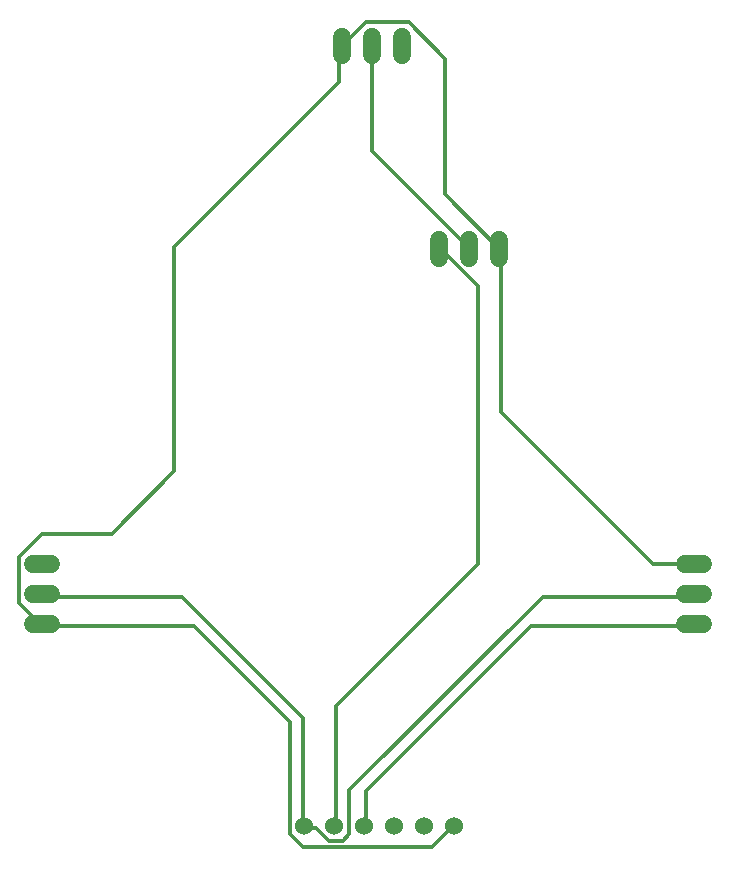
<source format=gbr>
G04 EAGLE Gerber RS-274X export*
G75*
%MOMM*%
%FSLAX34Y34*%
%LPD*%
%INTop Copper*%
%IPPOS*%
%AMOC8*
5,1,8,0,0,1.08239X$1,22.5*%
G01*
%ADD10C,1.524000*%
%ADD11C,1.524000*%
%ADD12C,0.304800*%


D10*
X317500Y57150D03*
X292100Y57150D03*
X266700Y57150D03*
X342900Y57150D03*
X368300Y57150D03*
X393700Y57150D03*
D11*
X381000Y538480D02*
X381000Y553720D01*
X406400Y553720D02*
X406400Y538480D01*
X431800Y538480D02*
X431800Y553720D01*
X589280Y228600D02*
X604520Y228600D01*
X604520Y254000D02*
X589280Y254000D01*
X589280Y279400D02*
X604520Y279400D01*
X52070Y279400D02*
X36830Y279400D01*
X36830Y254000D02*
X52070Y254000D01*
X52070Y228600D02*
X36830Y228600D01*
X349250Y709930D02*
X349250Y725170D01*
X323850Y725170D02*
X323850Y709930D01*
X298450Y709930D02*
X298450Y725170D01*
D12*
X173228Y226314D02*
X44704Y226314D01*
X173228Y226314D02*
X254254Y145288D01*
X254254Y50292D01*
X265430Y39116D01*
X374396Y39116D01*
X391160Y55880D01*
X44704Y226314D02*
X44450Y228600D01*
X391160Y55880D02*
X393700Y57150D01*
X561594Y279400D02*
X596900Y279400D01*
X561594Y279400D02*
X433070Y407924D01*
X433070Y544830D01*
X431800Y546100D01*
X298450Y717550D02*
X318516Y737616D01*
X354838Y737616D01*
X385572Y706882D01*
X385572Y592328D01*
X431800Y546100D01*
X41910Y229108D02*
X25146Y245872D01*
X25146Y284988D01*
X44704Y304546D01*
X103378Y304546D01*
X156464Y357632D01*
X156464Y547624D01*
X296164Y687324D01*
X296164Y715264D01*
X44450Y228600D02*
X41910Y229108D01*
X296164Y715264D02*
X298450Y717550D01*
X162814Y251460D02*
X44704Y251460D01*
X162814Y251460D02*
X265430Y148844D01*
X265430Y58674D01*
X44704Y251460D02*
X44450Y254000D01*
X265430Y58674D02*
X266700Y57150D01*
X324104Y628650D02*
X324104Y715264D01*
X324104Y628650D02*
X405130Y547624D01*
X324104Y715264D02*
X323850Y717550D01*
X405130Y547624D02*
X406400Y546100D01*
X276606Y55880D02*
X268224Y55880D01*
X276606Y55880D02*
X287782Y44704D01*
X298958Y44704D01*
X304546Y50292D01*
X304546Y87376D01*
X468630Y251460D01*
X595122Y251460D01*
X268224Y55880D02*
X266700Y57150D01*
X595122Y251460D02*
X596900Y254000D01*
X293370Y159258D02*
X293370Y58674D01*
X293370Y159258D02*
X413512Y279400D01*
X413512Y514096D01*
X382778Y544830D01*
X293370Y58674D02*
X292100Y57150D01*
X382778Y544830D02*
X381000Y546100D01*
X318516Y86614D02*
X318516Y58674D01*
X318516Y86614D02*
X458216Y226314D01*
X595122Y226314D01*
X318516Y58674D02*
X317500Y57150D01*
X595122Y226314D02*
X596900Y228600D01*
M02*

</source>
